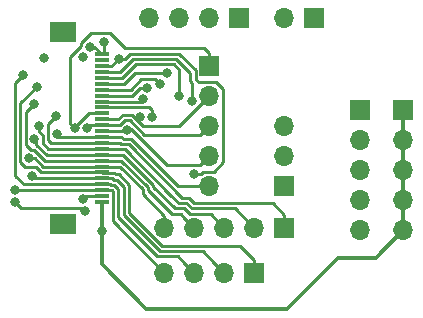
<source format=gbr>
G04 #@! TF.GenerationSoftware,KiCad,Pcbnew,5.1.5*
G04 #@! TF.CreationDate,2020-04-09T00:42:44+02:00*
G04 #@! TF.ProjectId,debug_control_board,64656275-675f-4636-9f6e-74726f6c5f62,rev?*
G04 #@! TF.SameCoordinates,Original*
G04 #@! TF.FileFunction,Copper,L1,Top*
G04 #@! TF.FilePolarity,Positive*
%FSLAX46Y46*%
G04 Gerber Fmt 4.6, Leading zero omitted, Abs format (unit mm)*
G04 Created by KiCad (PCBNEW 5.1.5) date 2020-04-09 00:42:44*
%MOMM*%
%LPD*%
G04 APERTURE LIST*
%ADD10R,1.700000X1.700000*%
%ADD11O,1.700000X1.700000*%
%ADD12R,1.300000X0.300000*%
%ADD13R,2.200000X1.800000*%
%ADD14C,0.800000*%
%ADD15C,0.250000*%
%ADD16C,0.300000*%
G04 APERTURE END LIST*
D10*
X131318000Y-82550000D03*
D11*
X131318000Y-85090000D03*
X131318000Y-87630000D03*
X131318000Y-90170000D03*
X131318000Y-92710000D03*
X127508000Y-96266000D03*
X130048000Y-96266000D03*
X132588000Y-96266000D03*
X135128000Y-96266000D03*
D10*
X137668000Y-96266000D03*
D11*
X127508000Y-100076000D03*
X130048000Y-100076000D03*
X132588000Y-100076000D03*
D10*
X135128000Y-100076000D03*
D11*
X126238000Y-78486000D03*
X128778000Y-78486000D03*
X131318000Y-78486000D03*
D10*
X133858000Y-78486000D03*
X144093001Y-86305001D03*
D11*
X144093001Y-88845001D03*
X144093001Y-91385001D03*
X144093001Y-93925001D03*
X144093001Y-96465001D03*
X147727001Y-96465001D03*
X147727001Y-93925001D03*
X147727001Y-91385001D03*
X147727001Y-88845001D03*
D10*
X147727001Y-86305001D03*
X140208000Y-78486000D03*
D11*
X137668000Y-78486000D03*
D10*
X137668000Y-92710000D03*
D11*
X137668000Y-90170000D03*
X137668000Y-87630000D03*
D12*
X122180000Y-94090000D03*
X122180000Y-93590000D03*
X122180000Y-93090000D03*
X122180000Y-92590000D03*
X122180000Y-92090000D03*
X122180000Y-91590000D03*
X122180000Y-91090000D03*
X122180000Y-90590000D03*
X122180000Y-90090000D03*
X122180000Y-89590000D03*
X122180000Y-89090000D03*
X122180000Y-88590000D03*
X122180000Y-88090000D03*
X122180000Y-87590000D03*
X122180000Y-87090000D03*
X122180000Y-86590000D03*
X122180000Y-86090000D03*
X122180000Y-85590000D03*
X122180000Y-85090000D03*
X122180000Y-84590000D03*
X122180000Y-84090000D03*
X122180000Y-83590000D03*
X122180000Y-83090000D03*
X122180000Y-82590000D03*
X122180000Y-82090000D03*
X122180000Y-81590000D03*
D13*
X118930000Y-79690000D03*
X118930000Y-95990000D03*
D14*
X119920311Y-87865000D03*
X125433459Y-86866356D03*
X120920000Y-87840000D03*
X124362912Y-87993230D03*
X118385010Y-88365000D03*
X116070158Y-90395000D03*
X116475020Y-85785000D03*
X116485020Y-88800509D03*
X116925030Y-87680000D03*
X118356915Y-86800001D03*
X116694154Y-84325000D03*
X116304609Y-91864864D03*
X115575000Y-83325000D03*
X114850000Y-93050000D03*
X120780000Y-94880000D03*
X114840000Y-94090000D03*
X121185708Y-80958609D03*
X122428000Y-80518000D03*
X126432725Y-86904990D03*
X125730000Y-85365000D03*
X120650000Y-93870000D03*
X120620000Y-81830000D03*
X117348000Y-81875000D03*
X123620000Y-81950000D03*
X130048000Y-91694000D03*
X122180000Y-96514000D03*
X127117030Y-84074000D03*
X126038564Y-84413794D03*
X129862942Y-85519752D03*
X128780477Y-85126617D03*
X127762000Y-83159020D03*
D15*
X119920311Y-87766687D02*
X119920311Y-87865000D01*
X122180000Y-86590000D02*
X121096998Y-86590000D01*
X121096998Y-86590000D02*
X119920311Y-87766687D01*
X120460707Y-80916291D02*
X119520312Y-81856686D01*
X131318000Y-81450000D02*
X130894000Y-81026000D01*
X121315315Y-79756000D02*
X120460707Y-80610608D01*
X131318000Y-82550000D02*
X131318000Y-81450000D01*
X119520312Y-87465001D02*
X119920311Y-87865000D01*
X119520312Y-81856686D02*
X119520312Y-87465001D01*
X130894000Y-81026000D02*
X124206000Y-81026000D01*
X120460707Y-80610608D02*
X120460707Y-80916291D01*
X122936000Y-79756000D02*
X121315315Y-79756000D01*
X124206000Y-81026000D02*
X122936000Y-79756000D01*
X125231870Y-86708989D02*
X125231871Y-86708990D01*
X125661412Y-87630000D02*
X124740402Y-86708990D01*
X131318000Y-85090000D02*
X128778000Y-87630000D01*
X128778000Y-87630000D02*
X125661412Y-87630000D01*
X123080000Y-87090000D02*
X122180000Y-87090000D01*
X125433459Y-86866356D02*
X124897768Y-86866356D01*
X123985420Y-86708990D02*
X123604410Y-87090000D01*
X123604410Y-87090000D02*
X123080000Y-87090000D01*
X124897768Y-86866356D02*
X124740402Y-86708990D01*
X124740402Y-86708990D02*
X123985420Y-86708990D01*
X121170000Y-87590000D02*
X122180000Y-87590000D01*
X120920000Y-87840000D02*
X121170000Y-87590000D01*
X123080000Y-87590000D02*
X122180000Y-87590000D01*
X123740822Y-87590000D02*
X123080000Y-87590000D01*
X130556000Y-88392000D02*
X125787002Y-88392000D01*
X125787002Y-88392000D02*
X124554003Y-87159001D01*
X124171821Y-87159001D02*
X123740822Y-87590000D01*
X131318000Y-87630000D02*
X130556000Y-88392000D01*
X124554003Y-87159001D02*
X124171821Y-87159001D01*
X122180000Y-88090000D02*
X124000000Y-88090000D01*
X122180000Y-88090000D02*
X124266142Y-88090000D01*
X124266142Y-88090000D02*
X124362912Y-87993230D01*
X124642592Y-87884000D02*
X124206000Y-87884000D01*
X127690592Y-90932000D02*
X124642592Y-87884000D01*
X131318000Y-90170000D02*
X130556000Y-90932000D01*
X130556000Y-90932000D02*
X127690592Y-90932000D01*
X122180000Y-88590000D02*
X118610010Y-88590000D01*
X118610010Y-88590000D02*
X118385010Y-88365000D01*
X130115919Y-92710000D02*
X131318000Y-92710000D01*
X122180000Y-88590000D02*
X123886678Y-88590000D01*
X123886678Y-88590000D02*
X124014910Y-88718232D01*
X128652410Y-92710000D02*
X130115919Y-92710000D01*
X124660642Y-88718232D02*
X128652410Y-92710000D01*
X124014910Y-88718232D02*
X124660642Y-88718232D01*
X117256410Y-91090000D02*
X116561410Y-90395000D01*
X116561410Y-90395000D02*
X116070158Y-90395000D01*
X122180000Y-91090000D02*
X117256410Y-91090000D01*
X123730410Y-91090000D02*
X125672010Y-93031600D01*
X122180000Y-91090000D02*
X123730410Y-91090000D01*
X125672010Y-93031600D02*
X125540205Y-92899795D01*
X125672010Y-93414010D02*
X125672010Y-93031600D01*
X127508000Y-96266000D02*
X127508000Y-95250000D01*
X127508000Y-95250000D02*
X125672010Y-93414010D01*
X122180000Y-90590000D02*
X117420000Y-90590000D01*
X117392820Y-90590000D02*
X116472819Y-89669999D01*
X117420000Y-90590000D02*
X117392820Y-90590000D01*
X116189999Y-89669999D02*
X115760020Y-89240020D01*
X116472819Y-89669999D02*
X116189999Y-89669999D01*
X115760020Y-89240020D02*
X115760020Y-86500000D01*
X115760020Y-86500000D02*
X116475020Y-85785000D01*
X129198001Y-95416001D02*
X130048000Y-96266000D01*
X128872999Y-95090999D02*
X129198001Y-95416001D01*
X123866820Y-90590000D02*
X126122020Y-92845200D01*
X122180000Y-90590000D02*
X123866820Y-90590000D01*
X126122020Y-92845200D02*
X126122020Y-93102020D01*
X126122020Y-93102020D02*
X128110999Y-95090999D01*
X128110999Y-95090999D02*
X128872999Y-95090999D01*
X116670000Y-88985489D02*
X116670000Y-89230770D01*
X116485020Y-88800509D02*
X116670000Y-88985489D01*
X122180000Y-90090000D02*
X117529230Y-90090000D01*
X117529230Y-90090000D02*
X116670000Y-89230770D01*
X131412999Y-95090999D02*
X132588000Y-96266000D01*
X129184989Y-94640989D02*
X129634999Y-95090999D01*
X124003230Y-90090000D02*
X126572029Y-92658799D01*
X129634999Y-95090999D02*
X131412999Y-95090999D01*
X122180000Y-90090000D02*
X124003230Y-90090000D01*
X126572029Y-92790029D02*
X128422989Y-94640989D01*
X126572029Y-92658799D02*
X126572029Y-92790029D01*
X128422989Y-94640989D02*
X129184989Y-94640989D01*
X122180000Y-89590000D02*
X117665640Y-89590000D01*
X117665640Y-89590000D02*
X117210021Y-89134381D01*
X116925030Y-87680000D02*
X116925030Y-88174970D01*
X117210000Y-88459940D02*
X117210000Y-88740000D01*
X116925030Y-88174970D02*
X117210000Y-88459940D01*
X117210021Y-89134381D02*
X117210000Y-88740000D01*
X135128000Y-96266000D02*
X133502989Y-94640989D01*
X129371389Y-94190979D02*
X128778000Y-94190979D01*
X133502989Y-94640989D02*
X129821399Y-94640989D01*
X129821399Y-94640989D02*
X129371389Y-94190979D01*
X128016000Y-93466360D02*
X128016000Y-93472000D01*
X124167894Y-89618254D02*
X128016000Y-93466360D01*
X123642110Y-89618254D02*
X124167894Y-89618254D01*
X122180000Y-89590000D02*
X123613856Y-89590000D01*
X123613856Y-89590000D02*
X123642110Y-89618254D01*
X128016000Y-93472000D02*
X128734979Y-94190979D01*
X117660009Y-88850009D02*
X117880000Y-89070000D01*
X117660009Y-87496907D02*
X117660009Y-88850009D01*
X118356915Y-86800001D02*
X117660009Y-87496907D01*
X121280000Y-89090000D02*
X122180000Y-89090000D01*
X118017008Y-89070000D02*
X118037008Y-89090000D01*
X118037008Y-89090000D02*
X121280000Y-89090000D01*
X117880000Y-89070000D02*
X118017008Y-89070000D01*
X129584431Y-93726000D02*
X130049410Y-94190979D01*
X122180000Y-89090000D02*
X123750267Y-89090000D01*
X123750267Y-89090000D02*
X123828510Y-89168243D01*
X124474243Y-89168243D02*
X129032000Y-93726000D01*
X129032000Y-93726000D02*
X129584431Y-93726000D01*
X130049410Y-94190979D02*
X136692979Y-94190979D01*
X136692979Y-94190979D02*
X137668000Y-95166000D01*
X137668000Y-95166000D02*
X137668000Y-96266000D01*
X123828510Y-89168243D02*
X124474243Y-89168243D01*
X117080000Y-91590000D02*
X122180000Y-91590000D01*
X116670000Y-91140000D02*
X117080000Y-91590000D01*
X116650000Y-91120000D02*
X116670000Y-91140000D01*
X115310010Y-90690010D02*
X115740000Y-91120000D01*
X115740000Y-91120000D02*
X116650000Y-91120000D01*
X115320000Y-85699154D02*
X115320000Y-86100000D01*
X116694154Y-84325000D02*
X115320000Y-85699154D01*
X115320000Y-86100000D02*
X115310010Y-90690010D01*
X133942000Y-97790000D02*
X135128000Y-98976000D01*
X123391377Y-91764967D02*
X123649202Y-91764968D01*
X123114992Y-91639990D02*
X123266401Y-91639991D01*
X123090001Y-91614999D02*
X123114992Y-91639990D01*
X122180000Y-91614999D02*
X123090001Y-91614999D01*
X135128000Y-98976000D02*
X135128000Y-100076000D01*
X122180000Y-91590000D02*
X122180000Y-91614999D01*
X124505033Y-92620799D02*
X124505033Y-95002035D01*
X127292998Y-97790000D02*
X133942000Y-97790000D01*
X123266401Y-91639991D02*
X123391377Y-91764967D01*
X123649202Y-91764968D02*
X124505033Y-92620799D01*
X124505033Y-95002035D02*
X127292998Y-97790000D01*
X116529745Y-92090000D02*
X116304609Y-91864864D01*
X122180000Y-92090000D02*
X116529745Y-92090000D01*
X131738001Y-99226001D02*
X132588000Y-100076000D01*
X124055023Y-92807199D02*
X124055023Y-95188435D01*
X127106598Y-98240011D02*
X130752011Y-98240011D01*
X123204977Y-92214977D02*
X123462801Y-92214977D01*
X122180000Y-92090000D02*
X123080000Y-92090000D01*
X124055023Y-95188435D02*
X127106598Y-98240011D01*
X123462801Y-92214977D02*
X124055023Y-92807199D01*
X130752011Y-98240011D02*
X131738001Y-99226001D01*
X123080000Y-92090000D02*
X123204977Y-92214977D01*
X122180000Y-92590000D02*
X115600000Y-92590000D01*
X115575000Y-83305000D02*
X114860000Y-84020000D01*
X114860000Y-91870000D02*
X115580000Y-92590000D01*
X114860000Y-84020000D02*
X114860000Y-91870000D01*
X122180000Y-92590000D02*
X122941590Y-92590000D01*
X123605012Y-95374835D02*
X126920198Y-98690022D01*
X128662022Y-98690022D02*
X129198001Y-99226001D01*
X129198001Y-99226001D02*
X130048000Y-100076000D01*
X122941590Y-92590000D02*
X123016578Y-92664988D01*
X123016578Y-92664988D02*
X123276401Y-92664988D01*
X123605012Y-92993599D02*
X123605012Y-95374835D01*
X123276401Y-92664988D02*
X123605012Y-92993599D01*
X126920198Y-98690022D02*
X128662022Y-98690022D01*
X122180000Y-93090000D02*
X114890000Y-93090000D01*
X114890000Y-93090000D02*
X114850000Y-93050000D01*
X123155001Y-93179999D02*
X123090001Y-93114999D01*
X122204999Y-93114999D02*
X122180000Y-93090000D01*
X123155001Y-95723001D02*
X123155001Y-93179999D01*
X127508000Y-100076000D02*
X123155001Y-95723001D01*
X123090001Y-93114999D02*
X122204999Y-93114999D01*
X115345001Y-94595001D02*
X114840000Y-94090000D01*
X120780000Y-94880000D02*
X120495001Y-94595001D01*
X120495001Y-94595001D02*
X115345001Y-94595001D01*
X121548609Y-80958609D02*
X122180000Y-81590000D01*
X121185708Y-80958609D02*
X121548609Y-80958609D01*
X122428000Y-81342000D02*
X122180000Y-81590000D01*
X122428000Y-80518000D02*
X122428000Y-81342000D01*
X126432725Y-86339305D02*
X126432725Y-86904990D01*
X126183420Y-86090000D02*
X126432725Y-86339305D01*
X122180000Y-86090000D02*
X126183420Y-86090000D01*
X122180000Y-85590000D02*
X125505000Y-85590000D01*
X125505000Y-85590000D02*
X125730000Y-85365000D01*
X122180000Y-93590000D02*
X120930000Y-93590000D01*
X120930000Y-93590000D02*
X120650000Y-93870000D01*
X122980000Y-82590000D02*
X122180000Y-82590000D01*
X123620000Y-81950000D02*
X122980000Y-82590000D01*
X131692003Y-91534999D02*
X130772686Y-91534999D01*
X132493001Y-90734001D02*
X131692003Y-91534999D01*
X130772686Y-91534999D02*
X130613685Y-91694000D01*
X130613685Y-91694000D02*
X130048000Y-91694000D01*
X122180000Y-82590000D02*
X122204999Y-82565001D01*
X130396999Y-83914999D02*
X131882001Y-83914999D01*
X131882001Y-83914999D02*
X132493001Y-84525999D01*
X132493001Y-84525999D02*
X132493001Y-90734001D01*
X124185685Y-81950000D02*
X124601685Y-81534000D01*
X123620000Y-81950000D02*
X124185685Y-81950000D01*
X130142999Y-83660999D02*
X130302000Y-83820000D01*
X130142999Y-82898999D02*
X130142999Y-83660999D01*
X128778000Y-81534000D02*
X130142999Y-82898999D01*
X124601685Y-81534000D02*
X128778000Y-81534000D01*
X130302000Y-83820000D02*
X130396999Y-83914999D01*
D16*
X122180000Y-99320000D02*
X125984000Y-103124000D01*
X125984000Y-103124000D02*
X137922000Y-103124000D01*
X137922000Y-103124000D02*
X142240000Y-98806000D01*
X145386002Y-98806000D02*
X147727001Y-96465001D01*
X142240000Y-98806000D02*
X145386002Y-98806000D01*
X122180000Y-94090000D02*
X122180000Y-96514000D01*
X122180000Y-96514000D02*
X122180000Y-99320000D01*
X147727001Y-96465001D02*
X147727001Y-86305001D01*
D15*
X126731823Y-83688793D02*
X127117030Y-84074000D01*
X125561470Y-83688793D02*
X126731823Y-83688793D01*
X122180000Y-84590000D02*
X124660263Y-84590000D01*
X124660263Y-84590000D02*
X125561470Y-83688793D01*
X123080000Y-85090000D02*
X122180000Y-85090000D01*
X125472879Y-84413794D02*
X124796673Y-85090000D01*
X124796673Y-85090000D02*
X123080000Y-85090000D01*
X126038564Y-84413794D02*
X125472879Y-84413794D01*
X129862942Y-84017352D02*
X129862942Y-85519752D01*
X129692989Y-83847399D02*
X129862942Y-84017352D01*
X123743058Y-83090000D02*
X124849048Y-81984010D01*
X124849048Y-81984010D02*
X128466010Y-81984010D01*
X129692989Y-83210989D02*
X129692989Y-83847399D01*
X122180000Y-83090000D02*
X123743058Y-83090000D01*
X128466010Y-81984010D02*
X129692989Y-83210989D01*
X122180000Y-83590000D02*
X123914754Y-83590000D01*
X123914754Y-83590000D02*
X125070734Y-82434020D01*
X125070734Y-82434020D02*
X128279610Y-82434020D01*
X128780477Y-82934887D02*
X128780477Y-85126617D01*
X128279610Y-82434020D02*
X128780477Y-82934887D01*
X122180000Y-84090000D02*
X124073612Y-84090000D01*
X123080000Y-84090000D02*
X122180000Y-84090000D01*
X124051164Y-84090000D02*
X123080000Y-84090000D01*
X124982144Y-83159020D02*
X124051164Y-84090000D01*
X127762000Y-83159020D02*
X124982144Y-83159020D01*
M02*

</source>
